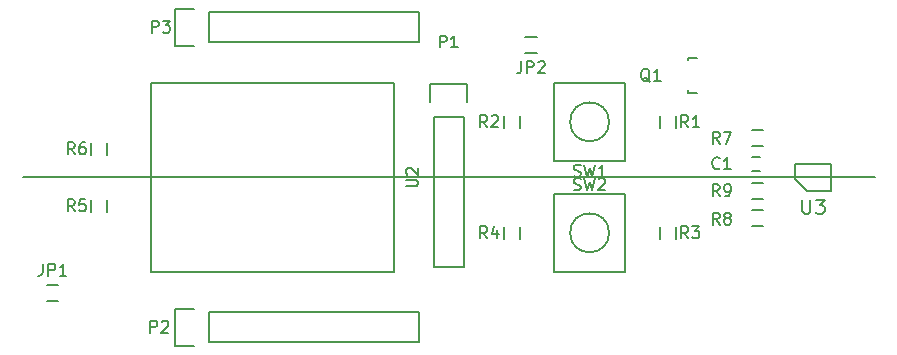
<source format=gbr>
G04 #@! TF.FileFunction,Legend,Top*
%FSLAX46Y46*%
G04 Gerber Fmt 4.6, Leading zero omitted, Abs format (unit mm)*
G04 Created by KiCad (PCBNEW 4.0.4+e1-6308~48~ubuntu14.04.1-stable) date Sun Nov 27 15:19:37 2016*
%MOMM*%
%LPD*%
G01*
G04 APERTURE LIST*
%ADD10C,0.100000*%
%ADD11C,0.200000*%
%ADD12C,0.150000*%
G04 APERTURE END LIST*
D10*
D11*
X182118000Y-104140000D02*
X109982000Y-104140000D01*
D12*
X172435000Y-103597000D02*
X171735000Y-103597000D01*
X171735000Y-102397000D02*
X172435000Y-102397000D01*
X113022000Y-114594000D02*
X112022000Y-114594000D01*
X112022000Y-113244000D02*
X113022000Y-113244000D01*
X152535000Y-92289000D02*
X153535000Y-92289000D01*
X153535000Y-93639000D02*
X152535000Y-93639000D01*
X147320000Y-99060000D02*
X147320000Y-111760000D01*
X147320000Y-111760000D02*
X144780000Y-111760000D01*
X144780000Y-111760000D02*
X144780000Y-99060000D01*
X147600000Y-96240000D02*
X147600000Y-97790000D01*
X147320000Y-99060000D02*
X144780000Y-99060000D01*
X144500000Y-97790000D02*
X144500000Y-96240000D01*
X144500000Y-96240000D02*
X147600000Y-96240000D01*
X125730000Y-115570000D02*
X143510000Y-115570000D01*
X143510000Y-115570000D02*
X143510000Y-118110000D01*
X143510000Y-118110000D02*
X125730000Y-118110000D01*
X122910000Y-115290000D02*
X124460000Y-115290000D01*
X125730000Y-115570000D02*
X125730000Y-118110000D01*
X124460000Y-118390000D02*
X122910000Y-118390000D01*
X122910000Y-118390000D02*
X122910000Y-115290000D01*
X125730000Y-90170000D02*
X143510000Y-90170000D01*
X143510000Y-90170000D02*
X143510000Y-92710000D01*
X143510000Y-92710000D02*
X125730000Y-92710000D01*
X122910000Y-89890000D02*
X124460000Y-89890000D01*
X125730000Y-90170000D02*
X125730000Y-92710000D01*
X124460000Y-92990000D02*
X122910000Y-92990000D01*
X122910000Y-92990000D02*
X122910000Y-89890000D01*
X167055800Y-97003820D02*
X166354760Y-97003820D01*
X166354760Y-97003820D02*
X166354760Y-96754900D01*
X166354760Y-94204840D02*
X166354760Y-94004180D01*
X166354760Y-94004180D02*
X167055800Y-94004180D01*
X165267000Y-98941000D02*
X165267000Y-99941000D01*
X163917000Y-99941000D02*
X163917000Y-98941000D01*
X150709000Y-99941000D02*
X150709000Y-98941000D01*
X152059000Y-98941000D02*
X152059000Y-99941000D01*
X163917000Y-109339000D02*
X163917000Y-108339000D01*
X165267000Y-108339000D02*
X165267000Y-109339000D01*
X152059000Y-108339000D02*
X152059000Y-109339000D01*
X150709000Y-109339000D02*
X150709000Y-108339000D01*
X117134000Y-106053000D02*
X117134000Y-107053000D01*
X115784000Y-107053000D02*
X115784000Y-106053000D01*
X117134000Y-101227000D02*
X117134000Y-102227000D01*
X115784000Y-102227000D02*
X115784000Y-101227000D01*
X171712000Y-100163000D02*
X172712000Y-100163000D01*
X172712000Y-101513000D02*
X171712000Y-101513000D01*
X175411000Y-104280000D02*
X176411000Y-105280000D01*
X176411000Y-105280000D02*
X178411000Y-105280000D01*
X178411000Y-105280000D02*
X178411000Y-103000000D01*
X178411000Y-103000000D02*
X175411000Y-103000000D01*
X175411000Y-103000000D02*
X175411000Y-104280000D01*
X172712000Y-108244000D02*
X171712000Y-108244000D01*
X171712000Y-106894000D02*
X172712000Y-106894000D01*
X172712000Y-105958000D02*
X171712000Y-105958000D01*
X171712000Y-104608000D02*
X172712000Y-104608000D01*
X159638000Y-99441000D02*
G75*
G03X159638000Y-99441000I-1650000J0D01*
G01*
X154988000Y-96141000D02*
X160988000Y-96141000D01*
X154988000Y-102741000D02*
X154988000Y-96141000D01*
X160988000Y-102741000D02*
X154988000Y-102741000D01*
X160988000Y-96141000D02*
X160988000Y-102741000D01*
X159638000Y-108839000D02*
G75*
G03X159638000Y-108839000I-1650000J0D01*
G01*
X160988000Y-112139000D02*
X154988000Y-112139000D01*
X160988000Y-105539000D02*
X160988000Y-112139000D01*
X154988000Y-105539000D02*
X160988000Y-105539000D01*
X154988000Y-112139000D02*
X154988000Y-105539000D01*
X141463500Y-112140000D02*
X141463500Y-96140000D01*
X141463500Y-96140000D02*
X120863500Y-96140000D01*
X120863500Y-96140000D02*
X120863500Y-112140000D01*
X120863500Y-112140000D02*
X141463500Y-112140000D01*
X168997334Y-103354143D02*
X168949715Y-103401762D01*
X168806858Y-103449381D01*
X168711620Y-103449381D01*
X168568762Y-103401762D01*
X168473524Y-103306524D01*
X168425905Y-103211286D01*
X168378286Y-103020810D01*
X168378286Y-102877952D01*
X168425905Y-102687476D01*
X168473524Y-102592238D01*
X168568762Y-102497000D01*
X168711620Y-102449381D01*
X168806858Y-102449381D01*
X168949715Y-102497000D01*
X168997334Y-102544619D01*
X169949715Y-103449381D02*
X169378286Y-103449381D01*
X169664000Y-103449381D02*
X169664000Y-102449381D01*
X169568762Y-102592238D01*
X169473524Y-102687476D01*
X169378286Y-102735095D01*
X111688667Y-111471381D02*
X111688667Y-112185667D01*
X111641047Y-112328524D01*
X111545809Y-112423762D01*
X111402952Y-112471381D01*
X111307714Y-112471381D01*
X112164857Y-112471381D02*
X112164857Y-111471381D01*
X112545810Y-111471381D01*
X112641048Y-111519000D01*
X112688667Y-111566619D01*
X112736286Y-111661857D01*
X112736286Y-111804714D01*
X112688667Y-111899952D01*
X112641048Y-111947571D01*
X112545810Y-111995190D01*
X112164857Y-111995190D01*
X113688667Y-112471381D02*
X113117238Y-112471381D01*
X113402952Y-112471381D02*
X113402952Y-111471381D01*
X113307714Y-111614238D01*
X113212476Y-111709476D01*
X113117238Y-111757095D01*
X152201667Y-94316381D02*
X152201667Y-95030667D01*
X152154047Y-95173524D01*
X152058809Y-95268762D01*
X151915952Y-95316381D01*
X151820714Y-95316381D01*
X152677857Y-95316381D02*
X152677857Y-94316381D01*
X153058810Y-94316381D01*
X153154048Y-94364000D01*
X153201667Y-94411619D01*
X153249286Y-94506857D01*
X153249286Y-94649714D01*
X153201667Y-94744952D01*
X153154048Y-94792571D01*
X153058810Y-94840190D01*
X152677857Y-94840190D01*
X153630238Y-94411619D02*
X153677857Y-94364000D01*
X153773095Y-94316381D01*
X154011191Y-94316381D01*
X154106429Y-94364000D01*
X154154048Y-94411619D01*
X154201667Y-94506857D01*
X154201667Y-94602095D01*
X154154048Y-94744952D01*
X153582619Y-95316381D01*
X154201667Y-95316381D01*
X145311905Y-93142381D02*
X145311905Y-92142381D01*
X145692858Y-92142381D01*
X145788096Y-92190000D01*
X145835715Y-92237619D01*
X145883334Y-92332857D01*
X145883334Y-92475714D01*
X145835715Y-92570952D01*
X145788096Y-92618571D01*
X145692858Y-92666190D01*
X145311905Y-92666190D01*
X146835715Y-93142381D02*
X146264286Y-93142381D01*
X146550000Y-93142381D02*
X146550000Y-92142381D01*
X146454762Y-92285238D01*
X146359524Y-92380476D01*
X146264286Y-92428095D01*
X120800905Y-117292381D02*
X120800905Y-116292381D01*
X121181858Y-116292381D01*
X121277096Y-116340000D01*
X121324715Y-116387619D01*
X121372334Y-116482857D01*
X121372334Y-116625714D01*
X121324715Y-116720952D01*
X121277096Y-116768571D01*
X121181858Y-116816190D01*
X120800905Y-116816190D01*
X121753286Y-116387619D02*
X121800905Y-116340000D01*
X121896143Y-116292381D01*
X122134239Y-116292381D01*
X122229477Y-116340000D01*
X122277096Y-116387619D01*
X122324715Y-116482857D01*
X122324715Y-116578095D01*
X122277096Y-116720952D01*
X121705667Y-117292381D01*
X122324715Y-117292381D01*
X120927905Y-91892381D02*
X120927905Y-90892381D01*
X121308858Y-90892381D01*
X121404096Y-90940000D01*
X121451715Y-90987619D01*
X121499334Y-91082857D01*
X121499334Y-91225714D01*
X121451715Y-91320952D01*
X121404096Y-91368571D01*
X121308858Y-91416190D01*
X120927905Y-91416190D01*
X121832667Y-90892381D02*
X122451715Y-90892381D01*
X122118381Y-91273333D01*
X122261239Y-91273333D01*
X122356477Y-91320952D01*
X122404096Y-91368571D01*
X122451715Y-91463810D01*
X122451715Y-91701905D01*
X122404096Y-91797143D01*
X122356477Y-91844762D01*
X122261239Y-91892381D01*
X121975524Y-91892381D01*
X121880286Y-91844762D01*
X121832667Y-91797143D01*
X163099762Y-96051619D02*
X163004524Y-96004000D01*
X162909286Y-95908762D01*
X162766429Y-95765905D01*
X162671190Y-95718286D01*
X162575952Y-95718286D01*
X162623571Y-95956381D02*
X162528333Y-95908762D01*
X162433095Y-95813524D01*
X162385476Y-95623048D01*
X162385476Y-95289714D01*
X162433095Y-95099238D01*
X162528333Y-95004000D01*
X162623571Y-94956381D01*
X162814048Y-94956381D01*
X162909286Y-95004000D01*
X163004524Y-95099238D01*
X163052143Y-95289714D01*
X163052143Y-95623048D01*
X163004524Y-95813524D01*
X162909286Y-95908762D01*
X162814048Y-95956381D01*
X162623571Y-95956381D01*
X164004524Y-95956381D02*
X163433095Y-95956381D01*
X163718809Y-95956381D02*
X163718809Y-94956381D01*
X163623571Y-95099238D01*
X163528333Y-95194476D01*
X163433095Y-95242095D01*
X166330334Y-99893381D02*
X165997000Y-99417190D01*
X165758905Y-99893381D02*
X165758905Y-98893381D01*
X166139858Y-98893381D01*
X166235096Y-98941000D01*
X166282715Y-98988619D01*
X166330334Y-99083857D01*
X166330334Y-99226714D01*
X166282715Y-99321952D01*
X166235096Y-99369571D01*
X166139858Y-99417190D01*
X165758905Y-99417190D01*
X167282715Y-99893381D02*
X166711286Y-99893381D01*
X166997000Y-99893381D02*
X166997000Y-98893381D01*
X166901762Y-99036238D01*
X166806524Y-99131476D01*
X166711286Y-99179095D01*
X149312334Y-99893381D02*
X148979000Y-99417190D01*
X148740905Y-99893381D02*
X148740905Y-98893381D01*
X149121858Y-98893381D01*
X149217096Y-98941000D01*
X149264715Y-98988619D01*
X149312334Y-99083857D01*
X149312334Y-99226714D01*
X149264715Y-99321952D01*
X149217096Y-99369571D01*
X149121858Y-99417190D01*
X148740905Y-99417190D01*
X149693286Y-98988619D02*
X149740905Y-98941000D01*
X149836143Y-98893381D01*
X150074239Y-98893381D01*
X150169477Y-98941000D01*
X150217096Y-98988619D01*
X150264715Y-99083857D01*
X150264715Y-99179095D01*
X150217096Y-99321952D01*
X149645667Y-99893381D01*
X150264715Y-99893381D01*
X166330334Y-109291381D02*
X165997000Y-108815190D01*
X165758905Y-109291381D02*
X165758905Y-108291381D01*
X166139858Y-108291381D01*
X166235096Y-108339000D01*
X166282715Y-108386619D01*
X166330334Y-108481857D01*
X166330334Y-108624714D01*
X166282715Y-108719952D01*
X166235096Y-108767571D01*
X166139858Y-108815190D01*
X165758905Y-108815190D01*
X166663667Y-108291381D02*
X167282715Y-108291381D01*
X166949381Y-108672333D01*
X167092239Y-108672333D01*
X167187477Y-108719952D01*
X167235096Y-108767571D01*
X167282715Y-108862810D01*
X167282715Y-109100905D01*
X167235096Y-109196143D01*
X167187477Y-109243762D01*
X167092239Y-109291381D01*
X166806524Y-109291381D01*
X166711286Y-109243762D01*
X166663667Y-109196143D01*
X149317334Y-109291381D02*
X148984000Y-108815190D01*
X148745905Y-109291381D02*
X148745905Y-108291381D01*
X149126858Y-108291381D01*
X149222096Y-108339000D01*
X149269715Y-108386619D01*
X149317334Y-108481857D01*
X149317334Y-108624714D01*
X149269715Y-108719952D01*
X149222096Y-108767571D01*
X149126858Y-108815190D01*
X148745905Y-108815190D01*
X150174477Y-108624714D02*
X150174477Y-109291381D01*
X149936381Y-108243762D02*
X149698286Y-108958048D01*
X150317334Y-108958048D01*
X114392334Y-107005381D02*
X114059000Y-106529190D01*
X113820905Y-107005381D02*
X113820905Y-106005381D01*
X114201858Y-106005381D01*
X114297096Y-106053000D01*
X114344715Y-106100619D01*
X114392334Y-106195857D01*
X114392334Y-106338714D01*
X114344715Y-106433952D01*
X114297096Y-106481571D01*
X114201858Y-106529190D01*
X113820905Y-106529190D01*
X115297096Y-106005381D02*
X114820905Y-106005381D01*
X114773286Y-106481571D01*
X114820905Y-106433952D01*
X114916143Y-106386333D01*
X115154239Y-106386333D01*
X115249477Y-106433952D01*
X115297096Y-106481571D01*
X115344715Y-106576810D01*
X115344715Y-106814905D01*
X115297096Y-106910143D01*
X115249477Y-106957762D01*
X115154239Y-107005381D01*
X114916143Y-107005381D01*
X114820905Y-106957762D01*
X114773286Y-106910143D01*
X114392334Y-102179381D02*
X114059000Y-101703190D01*
X113820905Y-102179381D02*
X113820905Y-101179381D01*
X114201858Y-101179381D01*
X114297096Y-101227000D01*
X114344715Y-101274619D01*
X114392334Y-101369857D01*
X114392334Y-101512714D01*
X114344715Y-101607952D01*
X114297096Y-101655571D01*
X114201858Y-101703190D01*
X113820905Y-101703190D01*
X115249477Y-101179381D02*
X115059000Y-101179381D01*
X114963762Y-101227000D01*
X114916143Y-101274619D01*
X114820905Y-101417476D01*
X114773286Y-101607952D01*
X114773286Y-101988905D01*
X114820905Y-102084143D01*
X114868524Y-102131762D01*
X114963762Y-102179381D01*
X115154239Y-102179381D01*
X115249477Y-102131762D01*
X115297096Y-102084143D01*
X115344715Y-101988905D01*
X115344715Y-101750810D01*
X115297096Y-101655571D01*
X115249477Y-101607952D01*
X115154239Y-101560333D01*
X114963762Y-101560333D01*
X114868524Y-101607952D01*
X114820905Y-101655571D01*
X114773286Y-101750810D01*
X168997334Y-101290381D02*
X168664000Y-100814190D01*
X168425905Y-101290381D02*
X168425905Y-100290381D01*
X168806858Y-100290381D01*
X168902096Y-100338000D01*
X168949715Y-100385619D01*
X168997334Y-100480857D01*
X168997334Y-100623714D01*
X168949715Y-100718952D01*
X168902096Y-100766571D01*
X168806858Y-100814190D01*
X168425905Y-100814190D01*
X169330667Y-100290381D02*
X169997334Y-100290381D01*
X169568762Y-101290381D01*
X175996714Y-106022857D02*
X175996714Y-106994286D01*
X176053857Y-107108571D01*
X176111000Y-107165714D01*
X176225286Y-107222857D01*
X176453857Y-107222857D01*
X176568143Y-107165714D01*
X176625286Y-107108571D01*
X176682429Y-106994286D01*
X176682429Y-106022857D01*
X177139572Y-106022857D02*
X177882429Y-106022857D01*
X177482429Y-106480000D01*
X177653857Y-106480000D01*
X177768143Y-106537143D01*
X177825286Y-106594286D01*
X177882429Y-106708571D01*
X177882429Y-106994286D01*
X177825286Y-107108571D01*
X177768143Y-107165714D01*
X177653857Y-107222857D01*
X177311000Y-107222857D01*
X177196714Y-107165714D01*
X177139572Y-107108571D01*
X168997334Y-108148381D02*
X168664000Y-107672190D01*
X168425905Y-108148381D02*
X168425905Y-107148381D01*
X168806858Y-107148381D01*
X168902096Y-107196000D01*
X168949715Y-107243619D01*
X168997334Y-107338857D01*
X168997334Y-107481714D01*
X168949715Y-107576952D01*
X168902096Y-107624571D01*
X168806858Y-107672190D01*
X168425905Y-107672190D01*
X169568762Y-107576952D02*
X169473524Y-107529333D01*
X169425905Y-107481714D01*
X169378286Y-107386476D01*
X169378286Y-107338857D01*
X169425905Y-107243619D01*
X169473524Y-107196000D01*
X169568762Y-107148381D01*
X169759239Y-107148381D01*
X169854477Y-107196000D01*
X169902096Y-107243619D01*
X169949715Y-107338857D01*
X169949715Y-107386476D01*
X169902096Y-107481714D01*
X169854477Y-107529333D01*
X169759239Y-107576952D01*
X169568762Y-107576952D01*
X169473524Y-107624571D01*
X169425905Y-107672190D01*
X169378286Y-107767429D01*
X169378286Y-107957905D01*
X169425905Y-108053143D01*
X169473524Y-108100762D01*
X169568762Y-108148381D01*
X169759239Y-108148381D01*
X169854477Y-108100762D01*
X169902096Y-108053143D01*
X169949715Y-107957905D01*
X169949715Y-107767429D01*
X169902096Y-107672190D01*
X169854477Y-107624571D01*
X169759239Y-107576952D01*
X168997334Y-105735381D02*
X168664000Y-105259190D01*
X168425905Y-105735381D02*
X168425905Y-104735381D01*
X168806858Y-104735381D01*
X168902096Y-104783000D01*
X168949715Y-104830619D01*
X168997334Y-104925857D01*
X168997334Y-105068714D01*
X168949715Y-105163952D01*
X168902096Y-105211571D01*
X168806858Y-105259190D01*
X168425905Y-105259190D01*
X169473524Y-105735381D02*
X169664000Y-105735381D01*
X169759239Y-105687762D01*
X169806858Y-105640143D01*
X169902096Y-105497286D01*
X169949715Y-105306810D01*
X169949715Y-104925857D01*
X169902096Y-104830619D01*
X169854477Y-104783000D01*
X169759239Y-104735381D01*
X169568762Y-104735381D01*
X169473524Y-104783000D01*
X169425905Y-104830619D01*
X169378286Y-104925857D01*
X169378286Y-105163952D01*
X169425905Y-105259190D01*
X169473524Y-105306810D01*
X169568762Y-105354429D01*
X169759239Y-105354429D01*
X169854477Y-105306810D01*
X169902096Y-105259190D01*
X169949715Y-105163952D01*
X156654667Y-104036762D02*
X156797524Y-104084381D01*
X157035620Y-104084381D01*
X157130858Y-104036762D01*
X157178477Y-103989143D01*
X157226096Y-103893905D01*
X157226096Y-103798667D01*
X157178477Y-103703429D01*
X157130858Y-103655810D01*
X157035620Y-103608190D01*
X156845143Y-103560571D01*
X156749905Y-103512952D01*
X156702286Y-103465333D01*
X156654667Y-103370095D01*
X156654667Y-103274857D01*
X156702286Y-103179619D01*
X156749905Y-103132000D01*
X156845143Y-103084381D01*
X157083239Y-103084381D01*
X157226096Y-103132000D01*
X157559429Y-103084381D02*
X157797524Y-104084381D01*
X157988001Y-103370095D01*
X158178477Y-104084381D01*
X158416572Y-103084381D01*
X159321334Y-104084381D02*
X158749905Y-104084381D01*
X159035619Y-104084381D02*
X159035619Y-103084381D01*
X158940381Y-103227238D01*
X158845143Y-103322476D01*
X158749905Y-103370095D01*
X156654667Y-105179762D02*
X156797524Y-105227381D01*
X157035620Y-105227381D01*
X157130858Y-105179762D01*
X157178477Y-105132143D01*
X157226096Y-105036905D01*
X157226096Y-104941667D01*
X157178477Y-104846429D01*
X157130858Y-104798810D01*
X157035620Y-104751190D01*
X156845143Y-104703571D01*
X156749905Y-104655952D01*
X156702286Y-104608333D01*
X156654667Y-104513095D01*
X156654667Y-104417857D01*
X156702286Y-104322619D01*
X156749905Y-104275000D01*
X156845143Y-104227381D01*
X157083239Y-104227381D01*
X157226096Y-104275000D01*
X157559429Y-104227381D02*
X157797524Y-105227381D01*
X157988001Y-104513095D01*
X158178477Y-105227381D01*
X158416572Y-104227381D01*
X158749905Y-104322619D02*
X158797524Y-104275000D01*
X158892762Y-104227381D01*
X159130858Y-104227381D01*
X159226096Y-104275000D01*
X159273715Y-104322619D01*
X159321334Y-104417857D01*
X159321334Y-104513095D01*
X159273715Y-104655952D01*
X158702286Y-105227381D01*
X159321334Y-105227381D01*
X142465881Y-104901905D02*
X143275405Y-104901905D01*
X143370643Y-104854286D01*
X143418262Y-104806667D01*
X143465881Y-104711429D01*
X143465881Y-104520952D01*
X143418262Y-104425714D01*
X143370643Y-104378095D01*
X143275405Y-104330476D01*
X142465881Y-104330476D01*
X142561119Y-103901905D02*
X142513500Y-103854286D01*
X142465881Y-103759048D01*
X142465881Y-103520952D01*
X142513500Y-103425714D01*
X142561119Y-103378095D01*
X142656357Y-103330476D01*
X142751595Y-103330476D01*
X142894452Y-103378095D01*
X143465881Y-103949524D01*
X143465881Y-103330476D01*
M02*

</source>
